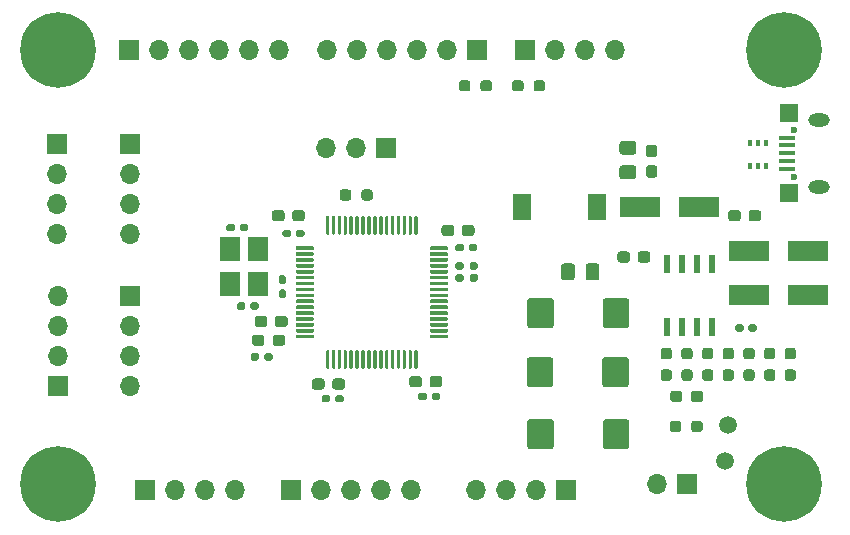
<source format=gbr>
%TF.GenerationSoftware,KiCad,Pcbnew,(5.1.7)-1*%
%TF.CreationDate,2020-11-01T11:20:17+05:30*%
%TF.ProjectId,stm 32 trial board5,73746d20-3332-4207-9472-69616c20626f,rev?*%
%TF.SameCoordinates,Original*%
%TF.FileFunction,Soldermask,Top*%
%TF.FilePolarity,Negative*%
%FSLAX46Y46*%
G04 Gerber Fmt 4.6, Leading zero omitted, Abs format (unit mm)*
G04 Created by KiCad (PCBNEW (5.1.7)-1) date 2020-11-01 11:20:17*
%MOMM*%
%LPD*%
G01*
G04 APERTURE LIST*
%ADD10C,1.500000*%
%ADD11C,6.400000*%
%ADD12C,0.800000*%
%ADD13R,3.500000X1.800000*%
%ADD14R,1.700000X1.700000*%
%ADD15O,1.700000X1.700000*%
%ADD16R,1.500000X2.200000*%
%ADD17R,0.400000X0.500000*%
%ADD18R,1.800000X2.100000*%
%ADD19R,0.610000X1.600000*%
%ADD20O,1.820000X1.120000*%
%ADD21C,0.600000*%
%ADD22R,1.600000X1.500000*%
%ADD23R,1.350000X0.400000*%
G04 APERTURE END LIST*
D10*
%TO.C,TP2*%
X92700000Y-103000000D03*
%TD*%
D11*
%TO.C,H1*%
X36000000Y-71250000D03*
D12*
X38400000Y-71250000D03*
X37697056Y-72947056D03*
X36000000Y-73650000D03*
X34302944Y-72947056D03*
X33600000Y-71250000D03*
X34302944Y-69552944D03*
X36000000Y-68850000D03*
X37697056Y-69552944D03*
%TD*%
%TO.C,C1*%
G36*
G01*
X85075000Y-88987500D02*
X85075000Y-88512500D01*
G75*
G02*
X85312500Y-88275000I237500J0D01*
G01*
X85912500Y-88275000D01*
G75*
G02*
X86150000Y-88512500I0J-237500D01*
G01*
X86150000Y-88987500D01*
G75*
G02*
X85912500Y-89225000I-237500J0D01*
G01*
X85312500Y-89225000D01*
G75*
G02*
X85075000Y-88987500I0J237500D01*
G01*
G37*
G36*
G01*
X83350000Y-88987500D02*
X83350000Y-88512500D01*
G75*
G02*
X83587500Y-88275000I237500J0D01*
G01*
X84187500Y-88275000D01*
G75*
G02*
X84425000Y-88512500I0J-237500D01*
G01*
X84425000Y-88987500D01*
G75*
G02*
X84187500Y-89225000I-237500J0D01*
G01*
X83587500Y-89225000D01*
G75*
G02*
X83350000Y-88987500I0J237500D01*
G01*
G37*
%TD*%
%TO.C,C2*%
G36*
G01*
X86487500Y-82037500D02*
X86012500Y-82037500D01*
G75*
G02*
X85775000Y-81800000I0J237500D01*
G01*
X85775000Y-81200000D01*
G75*
G02*
X86012500Y-80962500I237500J0D01*
G01*
X86487500Y-80962500D01*
G75*
G02*
X86725000Y-81200000I0J-237500D01*
G01*
X86725000Y-81800000D01*
G75*
G02*
X86487500Y-82037500I-237500J0D01*
G01*
G37*
G36*
G01*
X86487500Y-80312500D02*
X86012500Y-80312500D01*
G75*
G02*
X85775000Y-80075000I0J237500D01*
G01*
X85775000Y-79475000D01*
G75*
G02*
X86012500Y-79237500I237500J0D01*
G01*
X86487500Y-79237500D01*
G75*
G02*
X86725000Y-79475000I0J-237500D01*
G01*
X86725000Y-80075000D01*
G75*
G02*
X86487500Y-80312500I-237500J0D01*
G01*
G37*
%TD*%
%TO.C,C3*%
G36*
G01*
X84725000Y-80087500D02*
X83775000Y-80087500D01*
G75*
G02*
X83525000Y-79837500I0J250000D01*
G01*
X83525000Y-79162500D01*
G75*
G02*
X83775000Y-78912500I250000J0D01*
G01*
X84725000Y-78912500D01*
G75*
G02*
X84975000Y-79162500I0J-250000D01*
G01*
X84975000Y-79837500D01*
G75*
G02*
X84725000Y-80087500I-250000J0D01*
G01*
G37*
G36*
G01*
X84725000Y-82162500D02*
X83775000Y-82162500D01*
G75*
G02*
X83525000Y-81912500I0J250000D01*
G01*
X83525000Y-81237500D01*
G75*
G02*
X83775000Y-80987500I250000J0D01*
G01*
X84725000Y-80987500D01*
G75*
G02*
X84975000Y-81237500I0J-250000D01*
G01*
X84975000Y-81912500D01*
G75*
G02*
X84725000Y-82162500I-250000J0D01*
G01*
G37*
%TD*%
%TO.C,C4*%
G36*
G01*
X95185000Y-94595000D02*
X95185000Y-94905000D01*
G75*
G02*
X95030000Y-95060000I-155000J0D01*
G01*
X94605000Y-95060000D01*
G75*
G02*
X94450000Y-94905000I0J155000D01*
G01*
X94450000Y-94595000D01*
G75*
G02*
X94605000Y-94440000I155000J0D01*
G01*
X95030000Y-94440000D01*
G75*
G02*
X95185000Y-94595000I0J-155000D01*
G01*
G37*
G36*
G01*
X94050000Y-94595000D02*
X94050000Y-94905000D01*
G75*
G02*
X93895000Y-95060000I-155000J0D01*
G01*
X93470000Y-95060000D01*
G75*
G02*
X93315000Y-94905000I0J155000D01*
G01*
X93315000Y-94595000D01*
G75*
G02*
X93470000Y-94440000I155000J0D01*
G01*
X93895000Y-94440000D01*
G75*
G02*
X94050000Y-94595000I0J-155000D01*
G01*
G37*
%TD*%
%TO.C,C5*%
G36*
G01*
X84375000Y-92474999D02*
X84375000Y-94525001D01*
G75*
G02*
X84125001Y-94775000I-249999J0D01*
G01*
X82374999Y-94775000D01*
G75*
G02*
X82125000Y-94525001I0J249999D01*
G01*
X82125000Y-92474999D01*
G75*
G02*
X82374999Y-92225000I249999J0D01*
G01*
X84125001Y-92225000D01*
G75*
G02*
X84375000Y-92474999I0J-249999D01*
G01*
G37*
G36*
G01*
X77975000Y-92474999D02*
X77975000Y-94525001D01*
G75*
G02*
X77725001Y-94775000I-249999J0D01*
G01*
X75974999Y-94775000D01*
G75*
G02*
X75725000Y-94525001I0J249999D01*
G01*
X75725000Y-92474999D01*
G75*
G02*
X75974999Y-92225000I249999J0D01*
G01*
X77725001Y-92225000D01*
G75*
G02*
X77975000Y-92474999I0J-249999D01*
G01*
G37*
%TD*%
%TO.C,C6*%
G36*
G01*
X77925000Y-97474999D02*
X77925000Y-99525001D01*
G75*
G02*
X77675001Y-99775000I-249999J0D01*
G01*
X75924999Y-99775000D01*
G75*
G02*
X75675000Y-99525001I0J249999D01*
G01*
X75675000Y-97474999D01*
G75*
G02*
X75924999Y-97225000I249999J0D01*
G01*
X77675001Y-97225000D01*
G75*
G02*
X77925000Y-97474999I0J-249999D01*
G01*
G37*
G36*
G01*
X84325000Y-97474999D02*
X84325000Y-99525001D01*
G75*
G02*
X84075001Y-99775000I-249999J0D01*
G01*
X82324999Y-99775000D01*
G75*
G02*
X82075000Y-99525001I0J249999D01*
G01*
X82075000Y-97474999D01*
G75*
G02*
X82324999Y-97225000I249999J0D01*
G01*
X84075001Y-97225000D01*
G75*
G02*
X84325000Y-97474999I0J-249999D01*
G01*
G37*
%TD*%
%TO.C,C7*%
G36*
G01*
X84375000Y-102724999D02*
X84375000Y-104775001D01*
G75*
G02*
X84125001Y-105025000I-249999J0D01*
G01*
X82374999Y-105025000D01*
G75*
G02*
X82125000Y-104775001I0J249999D01*
G01*
X82125000Y-102724999D01*
G75*
G02*
X82374999Y-102475000I249999J0D01*
G01*
X84125001Y-102475000D01*
G75*
G02*
X84375000Y-102724999I0J-249999D01*
G01*
G37*
G36*
G01*
X77975000Y-102724999D02*
X77975000Y-104775001D01*
G75*
G02*
X77725001Y-105025000I-249999J0D01*
G01*
X75974999Y-105025000D01*
G75*
G02*
X75725000Y-104775001I0J249999D01*
G01*
X75725000Y-102724999D01*
G75*
G02*
X75974999Y-102475000I249999J0D01*
G01*
X77725001Y-102475000D01*
G75*
G02*
X77975000Y-102724999I0J-249999D01*
G01*
G37*
%TD*%
%TO.C,C8*%
G36*
G01*
X81837500Y-89525000D02*
X81837500Y-90475000D01*
G75*
G02*
X81587500Y-90725000I-250000J0D01*
G01*
X80912500Y-90725000D01*
G75*
G02*
X80662500Y-90475000I0J250000D01*
G01*
X80662500Y-89525000D01*
G75*
G02*
X80912500Y-89275000I250000J0D01*
G01*
X81587500Y-89275000D01*
G75*
G02*
X81837500Y-89525000I0J-250000D01*
G01*
G37*
G36*
G01*
X79762500Y-89525000D02*
X79762500Y-90475000D01*
G75*
G02*
X79512500Y-90725000I-250000J0D01*
G01*
X78837500Y-90725000D01*
G75*
G02*
X78587500Y-90475000I0J250000D01*
G01*
X78587500Y-89525000D01*
G75*
G02*
X78837500Y-89275000I250000J0D01*
G01*
X79512500Y-89275000D01*
G75*
G02*
X79762500Y-89525000I0J-250000D01*
G01*
G37*
%TD*%
%TO.C,C9*%
G36*
G01*
X92737500Y-85487500D02*
X92737500Y-85012500D01*
G75*
G02*
X92975000Y-84775000I237500J0D01*
G01*
X93575000Y-84775000D01*
G75*
G02*
X93812500Y-85012500I0J-237500D01*
G01*
X93812500Y-85487500D01*
G75*
G02*
X93575000Y-85725000I-237500J0D01*
G01*
X92975000Y-85725000D01*
G75*
G02*
X92737500Y-85487500I0J237500D01*
G01*
G37*
G36*
G01*
X94462500Y-85487500D02*
X94462500Y-85012500D01*
G75*
G02*
X94700000Y-84775000I237500J0D01*
G01*
X95300000Y-84775000D01*
G75*
G02*
X95537500Y-85012500I0J-237500D01*
G01*
X95537500Y-85487500D01*
G75*
G02*
X95300000Y-85725000I-237500J0D01*
G01*
X94700000Y-85725000D01*
G75*
G02*
X94462500Y-85487500I0J237500D01*
G01*
G37*
%TD*%
%TO.C,C10*%
G36*
G01*
X68537500Y-99062500D02*
X68537500Y-99537500D01*
G75*
G02*
X68300000Y-99775000I-237500J0D01*
G01*
X67700000Y-99775000D01*
G75*
G02*
X67462500Y-99537500I0J237500D01*
G01*
X67462500Y-99062500D01*
G75*
G02*
X67700000Y-98825000I237500J0D01*
G01*
X68300000Y-98825000D01*
G75*
G02*
X68537500Y-99062500I0J-237500D01*
G01*
G37*
G36*
G01*
X66812500Y-99062500D02*
X66812500Y-99537500D01*
G75*
G02*
X66575000Y-99775000I-237500J0D01*
G01*
X65975000Y-99775000D01*
G75*
G02*
X65737500Y-99537500I0J237500D01*
G01*
X65737500Y-99062500D01*
G75*
G02*
X65975000Y-98825000I237500J0D01*
G01*
X66575000Y-98825000D01*
G75*
G02*
X66812500Y-99062500I0J-237500D01*
G01*
G37*
%TD*%
%TO.C,C11*%
G36*
G01*
X68367500Y-100395000D02*
X68367500Y-100705000D01*
G75*
G02*
X68212500Y-100860000I-155000J0D01*
G01*
X67787500Y-100860000D01*
G75*
G02*
X67632500Y-100705000I0J155000D01*
G01*
X67632500Y-100395000D01*
G75*
G02*
X67787500Y-100240000I155000J0D01*
G01*
X68212500Y-100240000D01*
G75*
G02*
X68367500Y-100395000I0J-155000D01*
G01*
G37*
G36*
G01*
X67232500Y-100395000D02*
X67232500Y-100705000D01*
G75*
G02*
X67077500Y-100860000I-155000J0D01*
G01*
X66652500Y-100860000D01*
G75*
G02*
X66497500Y-100705000I0J155000D01*
G01*
X66497500Y-100395000D01*
G75*
G02*
X66652500Y-100240000I155000J0D01*
G01*
X67077500Y-100240000D01*
G75*
G02*
X67232500Y-100395000I0J-155000D01*
G01*
G37*
%TD*%
%TO.C,C12*%
G36*
G01*
X55175000Y-85012500D02*
X55175000Y-85487500D01*
G75*
G02*
X54937500Y-85725000I-237500J0D01*
G01*
X54337500Y-85725000D01*
G75*
G02*
X54100000Y-85487500I0J237500D01*
G01*
X54100000Y-85012500D01*
G75*
G02*
X54337500Y-84775000I237500J0D01*
G01*
X54937500Y-84775000D01*
G75*
G02*
X55175000Y-85012500I0J-237500D01*
G01*
G37*
G36*
G01*
X56900000Y-85012500D02*
X56900000Y-85487500D01*
G75*
G02*
X56662500Y-85725000I-237500J0D01*
G01*
X56062500Y-85725000D01*
G75*
G02*
X55825000Y-85487500I0J237500D01*
G01*
X55825000Y-85012500D01*
G75*
G02*
X56062500Y-84775000I237500J0D01*
G01*
X56662500Y-84775000D01*
G75*
G02*
X56900000Y-85012500I0J-237500D01*
G01*
G37*
%TD*%
%TO.C,C13*%
G36*
G01*
X56867500Y-86595000D02*
X56867500Y-86905000D01*
G75*
G02*
X56712500Y-87060000I-155000J0D01*
G01*
X56287500Y-87060000D01*
G75*
G02*
X56132500Y-86905000I0J155000D01*
G01*
X56132500Y-86595000D01*
G75*
G02*
X56287500Y-86440000I155000J0D01*
G01*
X56712500Y-86440000D01*
G75*
G02*
X56867500Y-86595000I0J-155000D01*
G01*
G37*
G36*
G01*
X55732500Y-86595000D02*
X55732500Y-86905000D01*
G75*
G02*
X55577500Y-87060000I-155000J0D01*
G01*
X55152500Y-87060000D01*
G75*
G02*
X54997500Y-86905000I0J155000D01*
G01*
X54997500Y-86595000D01*
G75*
G02*
X55152500Y-86440000I155000J0D01*
G01*
X55577500Y-86440000D01*
G75*
G02*
X55732500Y-86595000I0J-155000D01*
G01*
G37*
%TD*%
%TO.C,C14*%
G36*
G01*
X60287500Y-99262500D02*
X60287500Y-99737500D01*
G75*
G02*
X60050000Y-99975000I-237500J0D01*
G01*
X59450000Y-99975000D01*
G75*
G02*
X59212500Y-99737500I0J237500D01*
G01*
X59212500Y-99262500D01*
G75*
G02*
X59450000Y-99025000I237500J0D01*
G01*
X60050000Y-99025000D01*
G75*
G02*
X60287500Y-99262500I0J-237500D01*
G01*
G37*
G36*
G01*
X58562500Y-99262500D02*
X58562500Y-99737500D01*
G75*
G02*
X58325000Y-99975000I-237500J0D01*
G01*
X57725000Y-99975000D01*
G75*
G02*
X57487500Y-99737500I0J237500D01*
G01*
X57487500Y-99262500D01*
G75*
G02*
X57725000Y-99025000I237500J0D01*
G01*
X58325000Y-99025000D01*
G75*
G02*
X58562500Y-99262500I0J-237500D01*
G01*
G37*
%TD*%
%TO.C,C15*%
G36*
G01*
X60185000Y-100595000D02*
X60185000Y-100905000D01*
G75*
G02*
X60030000Y-101060000I-155000J0D01*
G01*
X59605000Y-101060000D01*
G75*
G02*
X59450000Y-100905000I0J155000D01*
G01*
X59450000Y-100595000D01*
G75*
G02*
X59605000Y-100440000I155000J0D01*
G01*
X60030000Y-100440000D01*
G75*
G02*
X60185000Y-100595000I0J-155000D01*
G01*
G37*
G36*
G01*
X59050000Y-100595000D02*
X59050000Y-100905000D01*
G75*
G02*
X58895000Y-101060000I-155000J0D01*
G01*
X58470000Y-101060000D01*
G75*
G02*
X58315000Y-100905000I0J155000D01*
G01*
X58315000Y-100595000D01*
G75*
G02*
X58470000Y-100440000I155000J0D01*
G01*
X58895000Y-100440000D01*
G75*
G02*
X59050000Y-100595000I0J-155000D01*
G01*
G37*
%TD*%
%TO.C,C16*%
G36*
G01*
X70187500Y-86737500D02*
X70187500Y-86262500D01*
G75*
G02*
X70425000Y-86025000I237500J0D01*
G01*
X71025000Y-86025000D01*
G75*
G02*
X71262500Y-86262500I0J-237500D01*
G01*
X71262500Y-86737500D01*
G75*
G02*
X71025000Y-86975000I-237500J0D01*
G01*
X70425000Y-86975000D01*
G75*
G02*
X70187500Y-86737500I0J237500D01*
G01*
G37*
G36*
G01*
X68462500Y-86737500D02*
X68462500Y-86262500D01*
G75*
G02*
X68700000Y-86025000I237500J0D01*
G01*
X69300000Y-86025000D01*
G75*
G02*
X69537500Y-86262500I0J-237500D01*
G01*
X69537500Y-86737500D01*
G75*
G02*
X69300000Y-86975000I-237500J0D01*
G01*
X68700000Y-86975000D01*
G75*
G02*
X68462500Y-86737500I0J237500D01*
G01*
G37*
%TD*%
%TO.C,C17*%
G36*
G01*
X70767500Y-88105000D02*
X70767500Y-87795000D01*
G75*
G02*
X70922500Y-87640000I155000J0D01*
G01*
X71347500Y-87640000D01*
G75*
G02*
X71502500Y-87795000I0J-155000D01*
G01*
X71502500Y-88105000D01*
G75*
G02*
X71347500Y-88260000I-155000J0D01*
G01*
X70922500Y-88260000D01*
G75*
G02*
X70767500Y-88105000I0J155000D01*
G01*
G37*
G36*
G01*
X69632500Y-88105000D02*
X69632500Y-87795000D01*
G75*
G02*
X69787500Y-87640000I155000J0D01*
G01*
X70212500Y-87640000D01*
G75*
G02*
X70367500Y-87795000I0J-155000D01*
G01*
X70367500Y-88105000D01*
G75*
G02*
X70212500Y-88260000I-155000J0D01*
G01*
X69787500Y-88260000D01*
G75*
G02*
X69632500Y-88105000I0J155000D01*
G01*
G37*
%TD*%
%TO.C,C18*%
G36*
G01*
X53712500Y-93962500D02*
X53712500Y-94437500D01*
G75*
G02*
X53475000Y-94675000I-237500J0D01*
G01*
X52875000Y-94675000D01*
G75*
G02*
X52637500Y-94437500I0J237500D01*
G01*
X52637500Y-93962500D01*
G75*
G02*
X52875000Y-93725000I237500J0D01*
G01*
X53475000Y-93725000D01*
G75*
G02*
X53712500Y-93962500I0J-237500D01*
G01*
G37*
G36*
G01*
X55437500Y-93962500D02*
X55437500Y-94437500D01*
G75*
G02*
X55200000Y-94675000I-237500J0D01*
G01*
X54600000Y-94675000D01*
G75*
G02*
X54362500Y-94437500I0J237500D01*
G01*
X54362500Y-93962500D01*
G75*
G02*
X54600000Y-93725000I237500J0D01*
G01*
X55200000Y-93725000D01*
G75*
G02*
X55437500Y-93962500I0J-237500D01*
G01*
G37*
%TD*%
%TO.C,C19*%
G36*
G01*
X53032500Y-97045000D02*
X53032500Y-97355000D01*
G75*
G02*
X52877500Y-97510000I-155000J0D01*
G01*
X52452500Y-97510000D01*
G75*
G02*
X52297500Y-97355000I0J155000D01*
G01*
X52297500Y-97045000D01*
G75*
G02*
X52452500Y-96890000I155000J0D01*
G01*
X52877500Y-96890000D01*
G75*
G02*
X53032500Y-97045000I0J-155000D01*
G01*
G37*
G36*
G01*
X54167500Y-97045000D02*
X54167500Y-97355000D01*
G75*
G02*
X54012500Y-97510000I-155000J0D01*
G01*
X53587500Y-97510000D01*
G75*
G02*
X53432500Y-97355000I0J155000D01*
G01*
X53432500Y-97045000D01*
G75*
G02*
X53587500Y-96890000I155000J0D01*
G01*
X54012500Y-96890000D01*
G75*
G02*
X54167500Y-97045000I0J-155000D01*
G01*
G37*
%TD*%
%TO.C,C20*%
G36*
G01*
X51382500Y-86405000D02*
X51382500Y-86095000D01*
G75*
G02*
X51537500Y-85940000I155000J0D01*
G01*
X51962500Y-85940000D01*
G75*
G02*
X52117500Y-86095000I0J-155000D01*
G01*
X52117500Y-86405000D01*
G75*
G02*
X51962500Y-86560000I-155000J0D01*
G01*
X51537500Y-86560000D01*
G75*
G02*
X51382500Y-86405000I0J155000D01*
G01*
G37*
G36*
G01*
X50247500Y-86405000D02*
X50247500Y-86095000D01*
G75*
G02*
X50402500Y-85940000I155000J0D01*
G01*
X50827500Y-85940000D01*
G75*
G02*
X50982500Y-86095000I0J-155000D01*
G01*
X50982500Y-86405000D01*
G75*
G02*
X50827500Y-86560000I-155000J0D01*
G01*
X50402500Y-86560000D01*
G75*
G02*
X50247500Y-86405000I0J155000D01*
G01*
G37*
%TD*%
%TO.C,C21*%
G36*
G01*
X51867500Y-92745000D02*
X51867500Y-93055000D01*
G75*
G02*
X51712500Y-93210000I-155000J0D01*
G01*
X51287500Y-93210000D01*
G75*
G02*
X51132500Y-93055000I0J155000D01*
G01*
X51132500Y-92745000D01*
G75*
G02*
X51287500Y-92590000I155000J0D01*
G01*
X51712500Y-92590000D01*
G75*
G02*
X51867500Y-92745000I0J-155000D01*
G01*
G37*
G36*
G01*
X53002500Y-92745000D02*
X53002500Y-93055000D01*
G75*
G02*
X52847500Y-93210000I-155000J0D01*
G01*
X52422500Y-93210000D01*
G75*
G02*
X52267500Y-93055000I0J155000D01*
G01*
X52267500Y-92745000D01*
G75*
G02*
X52422500Y-92590000I155000J0D01*
G01*
X52847500Y-92590000D01*
G75*
G02*
X53002500Y-92745000I0J-155000D01*
G01*
G37*
%TD*%
D13*
%TO.C,D1*%
X99500000Y-88250000D03*
X94500000Y-88250000D03*
%TD*%
%TO.C,D2*%
X85250000Y-84500000D03*
X90250000Y-84500000D03*
%TD*%
%TO.C,D3*%
X94500000Y-92000000D03*
X99500000Y-92000000D03*
%TD*%
D12*
%TO.C,H2*%
X37697056Y-106302944D03*
X36000000Y-105600000D03*
X34302944Y-106302944D03*
X33600000Y-108000000D03*
X34302944Y-109697056D03*
X36000000Y-110400000D03*
X37697056Y-109697056D03*
X38400000Y-108000000D03*
D11*
X36000000Y-108000000D03*
%TD*%
%TO.C,H3*%
X97500000Y-71250000D03*
D12*
X99900000Y-71250000D03*
X99197056Y-72947056D03*
X97500000Y-73650000D03*
X95802944Y-72947056D03*
X95100000Y-71250000D03*
X95802944Y-69552944D03*
X97500000Y-68850000D03*
X99197056Y-69552944D03*
%TD*%
%TO.C,H4*%
X99197056Y-106302944D03*
X97500000Y-105600000D03*
X95802944Y-106302944D03*
X95100000Y-108000000D03*
X95802944Y-109697056D03*
X97500000Y-110400000D03*
X99197056Y-109697056D03*
X99900000Y-108000000D03*
D11*
X97500000Y-108000000D03*
%TD*%
D14*
%TO.C,J2*%
X89290000Y-108000000D03*
D15*
X86750000Y-108000000D03*
%TD*%
D14*
%TO.C,J6*%
X75500000Y-71250000D03*
D15*
X78040000Y-71250000D03*
X80580000Y-71250000D03*
X83120000Y-71250000D03*
%TD*%
D14*
%TO.C,J7*%
X43380000Y-108500000D03*
D15*
X45920000Y-108500000D03*
X48460000Y-108500000D03*
X51000000Y-108500000D03*
%TD*%
%TO.C,J8*%
X71380000Y-108500000D03*
X73920000Y-108500000D03*
X76460000Y-108500000D03*
D14*
X79000000Y-108500000D03*
%TD*%
D16*
%TO.C,L1*%
X81650000Y-84500000D03*
X75250000Y-84500000D03*
%TD*%
%TO.C,L2*%
G36*
G01*
X52425000Y-96037500D02*
X52425000Y-95562500D01*
G75*
G02*
X52662500Y-95325000I237500J0D01*
G01*
X53237500Y-95325000D01*
G75*
G02*
X53475000Y-95562500I0J-237500D01*
G01*
X53475000Y-96037500D01*
G75*
G02*
X53237500Y-96275000I-237500J0D01*
G01*
X52662500Y-96275000D01*
G75*
G02*
X52425000Y-96037500I0J237500D01*
G01*
G37*
G36*
G01*
X54175000Y-96037500D02*
X54175000Y-95562500D01*
G75*
G02*
X54412500Y-95325000I237500J0D01*
G01*
X54987500Y-95325000D01*
G75*
G02*
X55225000Y-95562500I0J-237500D01*
G01*
X55225000Y-96037500D01*
G75*
G02*
X54987500Y-96275000I-237500J0D01*
G01*
X54412500Y-96275000D01*
G75*
G02*
X54175000Y-96037500I0J237500D01*
G01*
G37*
%TD*%
%TO.C,R1*%
G36*
G01*
X87262500Y-98262500D02*
X87737500Y-98262500D01*
G75*
G02*
X87975000Y-98500000I0J-237500D01*
G01*
X87975000Y-99000000D01*
G75*
G02*
X87737500Y-99237500I-237500J0D01*
G01*
X87262500Y-99237500D01*
G75*
G02*
X87025000Y-99000000I0J237500D01*
G01*
X87025000Y-98500000D01*
G75*
G02*
X87262500Y-98262500I237500J0D01*
G01*
G37*
G36*
G01*
X87262500Y-96437500D02*
X87737500Y-96437500D01*
G75*
G02*
X87975000Y-96675000I0J-237500D01*
G01*
X87975000Y-97175000D01*
G75*
G02*
X87737500Y-97412500I-237500J0D01*
G01*
X87262500Y-97412500D01*
G75*
G02*
X87025000Y-97175000I0J237500D01*
G01*
X87025000Y-96675000D01*
G75*
G02*
X87262500Y-96437500I237500J0D01*
G01*
G37*
%TD*%
%TO.C,R2*%
G36*
G01*
X98237500Y-99237500D02*
X97762500Y-99237500D01*
G75*
G02*
X97525000Y-99000000I0J237500D01*
G01*
X97525000Y-98500000D01*
G75*
G02*
X97762500Y-98262500I237500J0D01*
G01*
X98237500Y-98262500D01*
G75*
G02*
X98475000Y-98500000I0J-237500D01*
G01*
X98475000Y-99000000D01*
G75*
G02*
X98237500Y-99237500I-237500J0D01*
G01*
G37*
G36*
G01*
X98237500Y-97412500D02*
X97762500Y-97412500D01*
G75*
G02*
X97525000Y-97175000I0J237500D01*
G01*
X97525000Y-96675000D01*
G75*
G02*
X97762500Y-96437500I237500J0D01*
G01*
X98237500Y-96437500D01*
G75*
G02*
X98475000Y-96675000I0J-237500D01*
G01*
X98475000Y-97175000D01*
G75*
G02*
X98237500Y-97412500I-237500J0D01*
G01*
G37*
%TD*%
%TO.C,R3*%
G36*
G01*
X96487500Y-97412500D02*
X96012500Y-97412500D01*
G75*
G02*
X95775000Y-97175000I0J237500D01*
G01*
X95775000Y-96675000D01*
G75*
G02*
X96012500Y-96437500I237500J0D01*
G01*
X96487500Y-96437500D01*
G75*
G02*
X96725000Y-96675000I0J-237500D01*
G01*
X96725000Y-97175000D01*
G75*
G02*
X96487500Y-97412500I-237500J0D01*
G01*
G37*
G36*
G01*
X96487500Y-99237500D02*
X96012500Y-99237500D01*
G75*
G02*
X95775000Y-99000000I0J237500D01*
G01*
X95775000Y-98500000D01*
G75*
G02*
X96012500Y-98262500I237500J0D01*
G01*
X96487500Y-98262500D01*
G75*
G02*
X96725000Y-98500000I0J-237500D01*
G01*
X96725000Y-99000000D01*
G75*
G02*
X96487500Y-99237500I-237500J0D01*
G01*
G37*
%TD*%
%TO.C,R4*%
G36*
G01*
X94737500Y-97412500D02*
X94262500Y-97412500D01*
G75*
G02*
X94025000Y-97175000I0J237500D01*
G01*
X94025000Y-96675000D01*
G75*
G02*
X94262500Y-96437500I237500J0D01*
G01*
X94737500Y-96437500D01*
G75*
G02*
X94975000Y-96675000I0J-237500D01*
G01*
X94975000Y-97175000D01*
G75*
G02*
X94737500Y-97412500I-237500J0D01*
G01*
G37*
G36*
G01*
X94737500Y-99237500D02*
X94262500Y-99237500D01*
G75*
G02*
X94025000Y-99000000I0J237500D01*
G01*
X94025000Y-98500000D01*
G75*
G02*
X94262500Y-98262500I237500J0D01*
G01*
X94737500Y-98262500D01*
G75*
G02*
X94975000Y-98500000I0J-237500D01*
G01*
X94975000Y-99000000D01*
G75*
G02*
X94737500Y-99237500I-237500J0D01*
G01*
G37*
%TD*%
%TO.C,R5*%
G36*
G01*
X92987500Y-99237500D02*
X92512500Y-99237500D01*
G75*
G02*
X92275000Y-99000000I0J237500D01*
G01*
X92275000Y-98500000D01*
G75*
G02*
X92512500Y-98262500I237500J0D01*
G01*
X92987500Y-98262500D01*
G75*
G02*
X93225000Y-98500000I0J-237500D01*
G01*
X93225000Y-99000000D01*
G75*
G02*
X92987500Y-99237500I-237500J0D01*
G01*
G37*
G36*
G01*
X92987500Y-97412500D02*
X92512500Y-97412500D01*
G75*
G02*
X92275000Y-97175000I0J237500D01*
G01*
X92275000Y-96675000D01*
G75*
G02*
X92512500Y-96437500I237500J0D01*
G01*
X92987500Y-96437500D01*
G75*
G02*
X93225000Y-96675000I0J-237500D01*
G01*
X93225000Y-97175000D01*
G75*
G02*
X92987500Y-97412500I-237500J0D01*
G01*
G37*
%TD*%
%TO.C,R6*%
G36*
G01*
X91237500Y-97412500D02*
X90762500Y-97412500D01*
G75*
G02*
X90525000Y-97175000I0J237500D01*
G01*
X90525000Y-96675000D01*
G75*
G02*
X90762500Y-96437500I237500J0D01*
G01*
X91237500Y-96437500D01*
G75*
G02*
X91475000Y-96675000I0J-237500D01*
G01*
X91475000Y-97175000D01*
G75*
G02*
X91237500Y-97412500I-237500J0D01*
G01*
G37*
G36*
G01*
X91237500Y-99237500D02*
X90762500Y-99237500D01*
G75*
G02*
X90525000Y-99000000I0J237500D01*
G01*
X90525000Y-98500000D01*
G75*
G02*
X90762500Y-98262500I237500J0D01*
G01*
X91237500Y-98262500D01*
G75*
G02*
X91475000Y-98500000I0J-237500D01*
G01*
X91475000Y-99000000D01*
G75*
G02*
X91237500Y-99237500I-237500J0D01*
G01*
G37*
%TD*%
%TO.C,R7*%
G36*
G01*
X89487500Y-99237500D02*
X89012500Y-99237500D01*
G75*
G02*
X88775000Y-99000000I0J237500D01*
G01*
X88775000Y-98500000D01*
G75*
G02*
X89012500Y-98262500I237500J0D01*
G01*
X89487500Y-98262500D01*
G75*
G02*
X89725000Y-98500000I0J-237500D01*
G01*
X89725000Y-99000000D01*
G75*
G02*
X89487500Y-99237500I-237500J0D01*
G01*
G37*
G36*
G01*
X89487500Y-97412500D02*
X89012500Y-97412500D01*
G75*
G02*
X88775000Y-97175000I0J237500D01*
G01*
X88775000Y-96675000D01*
G75*
G02*
X89012500Y-96437500I237500J0D01*
G01*
X89487500Y-96437500D01*
G75*
G02*
X89725000Y-96675000I0J-237500D01*
G01*
X89725000Y-97175000D01*
G75*
G02*
X89487500Y-97412500I-237500J0D01*
G01*
G37*
%TD*%
%TO.C,R8*%
G36*
G01*
X70837500Y-90660000D02*
X70837500Y-90340000D01*
G75*
G02*
X70997500Y-90180000I160000J0D01*
G01*
X71392500Y-90180000D01*
G75*
G02*
X71552500Y-90340000I0J-160000D01*
G01*
X71552500Y-90660000D01*
G75*
G02*
X71392500Y-90820000I-160000J0D01*
G01*
X70997500Y-90820000D01*
G75*
G02*
X70837500Y-90660000I0J160000D01*
G01*
G37*
G36*
G01*
X69642500Y-90660000D02*
X69642500Y-90340000D01*
G75*
G02*
X69802500Y-90180000I160000J0D01*
G01*
X70197500Y-90180000D01*
G75*
G02*
X70357500Y-90340000I0J-160000D01*
G01*
X70357500Y-90660000D01*
G75*
G02*
X70197500Y-90820000I-160000J0D01*
G01*
X69802500Y-90820000D01*
G75*
G02*
X69642500Y-90660000I0J160000D01*
G01*
G37*
%TD*%
%TO.C,R9*%
G36*
G01*
X69642500Y-89660000D02*
X69642500Y-89340000D01*
G75*
G02*
X69802500Y-89180000I160000J0D01*
G01*
X70197500Y-89180000D01*
G75*
G02*
X70357500Y-89340000I0J-160000D01*
G01*
X70357500Y-89660000D01*
G75*
G02*
X70197500Y-89820000I-160000J0D01*
G01*
X69802500Y-89820000D01*
G75*
G02*
X69642500Y-89660000I0J160000D01*
G01*
G37*
G36*
G01*
X70837500Y-89660000D02*
X70837500Y-89340000D01*
G75*
G02*
X70997500Y-89180000I160000J0D01*
G01*
X71392500Y-89180000D01*
G75*
G02*
X71552500Y-89340000I0J-160000D01*
G01*
X71552500Y-89660000D01*
G75*
G02*
X71392500Y-89820000I-160000J0D01*
G01*
X70997500Y-89820000D01*
G75*
G02*
X70837500Y-89660000I0J160000D01*
G01*
G37*
%TD*%
%TO.C,R10*%
G36*
G01*
X54840000Y-90295000D02*
X55160000Y-90295000D01*
G75*
G02*
X55320000Y-90455000I0J-160000D01*
G01*
X55320000Y-90850000D01*
G75*
G02*
X55160000Y-91010000I-160000J0D01*
G01*
X54840000Y-91010000D01*
G75*
G02*
X54680000Y-90850000I0J160000D01*
G01*
X54680000Y-90455000D01*
G75*
G02*
X54840000Y-90295000I160000J0D01*
G01*
G37*
G36*
G01*
X54840000Y-91490000D02*
X55160000Y-91490000D01*
G75*
G02*
X55320000Y-91650000I0J-160000D01*
G01*
X55320000Y-92045000D01*
G75*
G02*
X55160000Y-92205000I-160000J0D01*
G01*
X54840000Y-92205000D01*
G75*
G02*
X54680000Y-92045000I0J160000D01*
G01*
X54680000Y-91650000D01*
G75*
G02*
X54840000Y-91490000I160000J0D01*
G01*
G37*
%TD*%
%TO.C,R11*%
G36*
G01*
X75412500Y-74012500D02*
X75412500Y-74487500D01*
G75*
G02*
X75175000Y-74725000I-237500J0D01*
G01*
X74675000Y-74725000D01*
G75*
G02*
X74437500Y-74487500I0J237500D01*
G01*
X74437500Y-74012500D01*
G75*
G02*
X74675000Y-73775000I237500J0D01*
G01*
X75175000Y-73775000D01*
G75*
G02*
X75412500Y-74012500I0J-237500D01*
G01*
G37*
G36*
G01*
X77237500Y-74012500D02*
X77237500Y-74487500D01*
G75*
G02*
X77000000Y-74725000I-237500J0D01*
G01*
X76500000Y-74725000D01*
G75*
G02*
X76262500Y-74487500I0J237500D01*
G01*
X76262500Y-74012500D01*
G75*
G02*
X76500000Y-73775000I237500J0D01*
G01*
X77000000Y-73775000D01*
G75*
G02*
X77237500Y-74012500I0J-237500D01*
G01*
G37*
%TD*%
%TO.C,R12*%
G36*
G01*
X69937500Y-74487500D02*
X69937500Y-74012500D01*
G75*
G02*
X70175000Y-73775000I237500J0D01*
G01*
X70675000Y-73775000D01*
G75*
G02*
X70912500Y-74012500I0J-237500D01*
G01*
X70912500Y-74487500D01*
G75*
G02*
X70675000Y-74725000I-237500J0D01*
G01*
X70175000Y-74725000D01*
G75*
G02*
X69937500Y-74487500I0J237500D01*
G01*
G37*
G36*
G01*
X71762500Y-74487500D02*
X71762500Y-74012500D01*
G75*
G02*
X72000000Y-73775000I237500J0D01*
G01*
X72500000Y-73775000D01*
G75*
G02*
X72737500Y-74012500I0J-237500D01*
G01*
X72737500Y-74487500D01*
G75*
G02*
X72500000Y-74725000I-237500J0D01*
G01*
X72000000Y-74725000D01*
G75*
G02*
X71762500Y-74487500I0J237500D01*
G01*
G37*
%TD*%
%TO.C,R14*%
G36*
G01*
X59850000Y-83737500D02*
X59850000Y-83262500D01*
G75*
G02*
X60087500Y-83025000I237500J0D01*
G01*
X60587500Y-83025000D01*
G75*
G02*
X60825000Y-83262500I0J-237500D01*
G01*
X60825000Y-83737500D01*
G75*
G02*
X60587500Y-83975000I-237500J0D01*
G01*
X60087500Y-83975000D01*
G75*
G02*
X59850000Y-83737500I0J237500D01*
G01*
G37*
G36*
G01*
X61675000Y-83737500D02*
X61675000Y-83262500D01*
G75*
G02*
X61912500Y-83025000I237500J0D01*
G01*
X62412500Y-83025000D01*
G75*
G02*
X62650000Y-83262500I0J-237500D01*
G01*
X62650000Y-83737500D01*
G75*
G02*
X62412500Y-83975000I-237500J0D01*
G01*
X61912500Y-83975000D01*
G75*
G02*
X61675000Y-83737500I0J237500D01*
G01*
G37*
%TD*%
%TO.C,U2*%
G36*
G01*
X56125000Y-88065000D02*
X56125000Y-87915000D01*
G75*
G02*
X56200000Y-87840000I75000J0D01*
G01*
X57600000Y-87840000D01*
G75*
G02*
X57675000Y-87915000I0J-75000D01*
G01*
X57675000Y-88065000D01*
G75*
G02*
X57600000Y-88140000I-75000J0D01*
G01*
X56200000Y-88140000D01*
G75*
G02*
X56125000Y-88065000I0J75000D01*
G01*
G37*
G36*
G01*
X56125000Y-88565000D02*
X56125000Y-88415000D01*
G75*
G02*
X56200000Y-88340000I75000J0D01*
G01*
X57600000Y-88340000D01*
G75*
G02*
X57675000Y-88415000I0J-75000D01*
G01*
X57675000Y-88565000D01*
G75*
G02*
X57600000Y-88640000I-75000J0D01*
G01*
X56200000Y-88640000D01*
G75*
G02*
X56125000Y-88565000I0J75000D01*
G01*
G37*
G36*
G01*
X56125000Y-89065000D02*
X56125000Y-88915000D01*
G75*
G02*
X56200000Y-88840000I75000J0D01*
G01*
X57600000Y-88840000D01*
G75*
G02*
X57675000Y-88915000I0J-75000D01*
G01*
X57675000Y-89065000D01*
G75*
G02*
X57600000Y-89140000I-75000J0D01*
G01*
X56200000Y-89140000D01*
G75*
G02*
X56125000Y-89065000I0J75000D01*
G01*
G37*
G36*
G01*
X56125000Y-89565000D02*
X56125000Y-89415000D01*
G75*
G02*
X56200000Y-89340000I75000J0D01*
G01*
X57600000Y-89340000D01*
G75*
G02*
X57675000Y-89415000I0J-75000D01*
G01*
X57675000Y-89565000D01*
G75*
G02*
X57600000Y-89640000I-75000J0D01*
G01*
X56200000Y-89640000D01*
G75*
G02*
X56125000Y-89565000I0J75000D01*
G01*
G37*
G36*
G01*
X56125000Y-90065000D02*
X56125000Y-89915000D01*
G75*
G02*
X56200000Y-89840000I75000J0D01*
G01*
X57600000Y-89840000D01*
G75*
G02*
X57675000Y-89915000I0J-75000D01*
G01*
X57675000Y-90065000D01*
G75*
G02*
X57600000Y-90140000I-75000J0D01*
G01*
X56200000Y-90140000D01*
G75*
G02*
X56125000Y-90065000I0J75000D01*
G01*
G37*
G36*
G01*
X56125000Y-90565000D02*
X56125000Y-90415000D01*
G75*
G02*
X56200000Y-90340000I75000J0D01*
G01*
X57600000Y-90340000D01*
G75*
G02*
X57675000Y-90415000I0J-75000D01*
G01*
X57675000Y-90565000D01*
G75*
G02*
X57600000Y-90640000I-75000J0D01*
G01*
X56200000Y-90640000D01*
G75*
G02*
X56125000Y-90565000I0J75000D01*
G01*
G37*
G36*
G01*
X56125000Y-91065000D02*
X56125000Y-90915000D01*
G75*
G02*
X56200000Y-90840000I75000J0D01*
G01*
X57600000Y-90840000D01*
G75*
G02*
X57675000Y-90915000I0J-75000D01*
G01*
X57675000Y-91065000D01*
G75*
G02*
X57600000Y-91140000I-75000J0D01*
G01*
X56200000Y-91140000D01*
G75*
G02*
X56125000Y-91065000I0J75000D01*
G01*
G37*
G36*
G01*
X56125000Y-91565000D02*
X56125000Y-91415000D01*
G75*
G02*
X56200000Y-91340000I75000J0D01*
G01*
X57600000Y-91340000D01*
G75*
G02*
X57675000Y-91415000I0J-75000D01*
G01*
X57675000Y-91565000D01*
G75*
G02*
X57600000Y-91640000I-75000J0D01*
G01*
X56200000Y-91640000D01*
G75*
G02*
X56125000Y-91565000I0J75000D01*
G01*
G37*
G36*
G01*
X56125000Y-92065000D02*
X56125000Y-91915000D01*
G75*
G02*
X56200000Y-91840000I75000J0D01*
G01*
X57600000Y-91840000D01*
G75*
G02*
X57675000Y-91915000I0J-75000D01*
G01*
X57675000Y-92065000D01*
G75*
G02*
X57600000Y-92140000I-75000J0D01*
G01*
X56200000Y-92140000D01*
G75*
G02*
X56125000Y-92065000I0J75000D01*
G01*
G37*
G36*
G01*
X56125000Y-92565000D02*
X56125000Y-92415000D01*
G75*
G02*
X56200000Y-92340000I75000J0D01*
G01*
X57600000Y-92340000D01*
G75*
G02*
X57675000Y-92415000I0J-75000D01*
G01*
X57675000Y-92565000D01*
G75*
G02*
X57600000Y-92640000I-75000J0D01*
G01*
X56200000Y-92640000D01*
G75*
G02*
X56125000Y-92565000I0J75000D01*
G01*
G37*
G36*
G01*
X56125000Y-93065000D02*
X56125000Y-92915000D01*
G75*
G02*
X56200000Y-92840000I75000J0D01*
G01*
X57600000Y-92840000D01*
G75*
G02*
X57675000Y-92915000I0J-75000D01*
G01*
X57675000Y-93065000D01*
G75*
G02*
X57600000Y-93140000I-75000J0D01*
G01*
X56200000Y-93140000D01*
G75*
G02*
X56125000Y-93065000I0J75000D01*
G01*
G37*
G36*
G01*
X56125000Y-93565000D02*
X56125000Y-93415000D01*
G75*
G02*
X56200000Y-93340000I75000J0D01*
G01*
X57600000Y-93340000D01*
G75*
G02*
X57675000Y-93415000I0J-75000D01*
G01*
X57675000Y-93565000D01*
G75*
G02*
X57600000Y-93640000I-75000J0D01*
G01*
X56200000Y-93640000D01*
G75*
G02*
X56125000Y-93565000I0J75000D01*
G01*
G37*
G36*
G01*
X56125000Y-94065000D02*
X56125000Y-93915000D01*
G75*
G02*
X56200000Y-93840000I75000J0D01*
G01*
X57600000Y-93840000D01*
G75*
G02*
X57675000Y-93915000I0J-75000D01*
G01*
X57675000Y-94065000D01*
G75*
G02*
X57600000Y-94140000I-75000J0D01*
G01*
X56200000Y-94140000D01*
G75*
G02*
X56125000Y-94065000I0J75000D01*
G01*
G37*
G36*
G01*
X56125000Y-94565000D02*
X56125000Y-94415000D01*
G75*
G02*
X56200000Y-94340000I75000J0D01*
G01*
X57600000Y-94340000D01*
G75*
G02*
X57675000Y-94415000I0J-75000D01*
G01*
X57675000Y-94565000D01*
G75*
G02*
X57600000Y-94640000I-75000J0D01*
G01*
X56200000Y-94640000D01*
G75*
G02*
X56125000Y-94565000I0J75000D01*
G01*
G37*
G36*
G01*
X56125000Y-95065000D02*
X56125000Y-94915000D01*
G75*
G02*
X56200000Y-94840000I75000J0D01*
G01*
X57600000Y-94840000D01*
G75*
G02*
X57675000Y-94915000I0J-75000D01*
G01*
X57675000Y-95065000D01*
G75*
G02*
X57600000Y-95140000I-75000J0D01*
G01*
X56200000Y-95140000D01*
G75*
G02*
X56125000Y-95065000I0J75000D01*
G01*
G37*
G36*
G01*
X56125000Y-95565000D02*
X56125000Y-95415000D01*
G75*
G02*
X56200000Y-95340000I75000J0D01*
G01*
X57600000Y-95340000D01*
G75*
G02*
X57675000Y-95415000I0J-75000D01*
G01*
X57675000Y-95565000D01*
G75*
G02*
X57600000Y-95640000I-75000J0D01*
G01*
X56200000Y-95640000D01*
G75*
G02*
X56125000Y-95565000I0J75000D01*
G01*
G37*
G36*
G01*
X58675000Y-98115000D02*
X58675000Y-96715000D01*
G75*
G02*
X58750000Y-96640000I75000J0D01*
G01*
X58900000Y-96640000D01*
G75*
G02*
X58975000Y-96715000I0J-75000D01*
G01*
X58975000Y-98115000D01*
G75*
G02*
X58900000Y-98190000I-75000J0D01*
G01*
X58750000Y-98190000D01*
G75*
G02*
X58675000Y-98115000I0J75000D01*
G01*
G37*
G36*
G01*
X59175000Y-98115000D02*
X59175000Y-96715000D01*
G75*
G02*
X59250000Y-96640000I75000J0D01*
G01*
X59400000Y-96640000D01*
G75*
G02*
X59475000Y-96715000I0J-75000D01*
G01*
X59475000Y-98115000D01*
G75*
G02*
X59400000Y-98190000I-75000J0D01*
G01*
X59250000Y-98190000D01*
G75*
G02*
X59175000Y-98115000I0J75000D01*
G01*
G37*
G36*
G01*
X59675000Y-98115000D02*
X59675000Y-96715000D01*
G75*
G02*
X59750000Y-96640000I75000J0D01*
G01*
X59900000Y-96640000D01*
G75*
G02*
X59975000Y-96715000I0J-75000D01*
G01*
X59975000Y-98115000D01*
G75*
G02*
X59900000Y-98190000I-75000J0D01*
G01*
X59750000Y-98190000D01*
G75*
G02*
X59675000Y-98115000I0J75000D01*
G01*
G37*
G36*
G01*
X60175000Y-98115000D02*
X60175000Y-96715000D01*
G75*
G02*
X60250000Y-96640000I75000J0D01*
G01*
X60400000Y-96640000D01*
G75*
G02*
X60475000Y-96715000I0J-75000D01*
G01*
X60475000Y-98115000D01*
G75*
G02*
X60400000Y-98190000I-75000J0D01*
G01*
X60250000Y-98190000D01*
G75*
G02*
X60175000Y-98115000I0J75000D01*
G01*
G37*
G36*
G01*
X60675000Y-98115000D02*
X60675000Y-96715000D01*
G75*
G02*
X60750000Y-96640000I75000J0D01*
G01*
X60900000Y-96640000D01*
G75*
G02*
X60975000Y-96715000I0J-75000D01*
G01*
X60975000Y-98115000D01*
G75*
G02*
X60900000Y-98190000I-75000J0D01*
G01*
X60750000Y-98190000D01*
G75*
G02*
X60675000Y-98115000I0J75000D01*
G01*
G37*
G36*
G01*
X61175000Y-98115000D02*
X61175000Y-96715000D01*
G75*
G02*
X61250000Y-96640000I75000J0D01*
G01*
X61400000Y-96640000D01*
G75*
G02*
X61475000Y-96715000I0J-75000D01*
G01*
X61475000Y-98115000D01*
G75*
G02*
X61400000Y-98190000I-75000J0D01*
G01*
X61250000Y-98190000D01*
G75*
G02*
X61175000Y-98115000I0J75000D01*
G01*
G37*
G36*
G01*
X61675000Y-98115000D02*
X61675000Y-96715000D01*
G75*
G02*
X61750000Y-96640000I75000J0D01*
G01*
X61900000Y-96640000D01*
G75*
G02*
X61975000Y-96715000I0J-75000D01*
G01*
X61975000Y-98115000D01*
G75*
G02*
X61900000Y-98190000I-75000J0D01*
G01*
X61750000Y-98190000D01*
G75*
G02*
X61675000Y-98115000I0J75000D01*
G01*
G37*
G36*
G01*
X62175000Y-98115000D02*
X62175000Y-96715000D01*
G75*
G02*
X62250000Y-96640000I75000J0D01*
G01*
X62400000Y-96640000D01*
G75*
G02*
X62475000Y-96715000I0J-75000D01*
G01*
X62475000Y-98115000D01*
G75*
G02*
X62400000Y-98190000I-75000J0D01*
G01*
X62250000Y-98190000D01*
G75*
G02*
X62175000Y-98115000I0J75000D01*
G01*
G37*
G36*
G01*
X62675000Y-98115000D02*
X62675000Y-96715000D01*
G75*
G02*
X62750000Y-96640000I75000J0D01*
G01*
X62900000Y-96640000D01*
G75*
G02*
X62975000Y-96715000I0J-75000D01*
G01*
X62975000Y-98115000D01*
G75*
G02*
X62900000Y-98190000I-75000J0D01*
G01*
X62750000Y-98190000D01*
G75*
G02*
X62675000Y-98115000I0J75000D01*
G01*
G37*
G36*
G01*
X63175000Y-98115000D02*
X63175000Y-96715000D01*
G75*
G02*
X63250000Y-96640000I75000J0D01*
G01*
X63400000Y-96640000D01*
G75*
G02*
X63475000Y-96715000I0J-75000D01*
G01*
X63475000Y-98115000D01*
G75*
G02*
X63400000Y-98190000I-75000J0D01*
G01*
X63250000Y-98190000D01*
G75*
G02*
X63175000Y-98115000I0J75000D01*
G01*
G37*
G36*
G01*
X63675000Y-98115000D02*
X63675000Y-96715000D01*
G75*
G02*
X63750000Y-96640000I75000J0D01*
G01*
X63900000Y-96640000D01*
G75*
G02*
X63975000Y-96715000I0J-75000D01*
G01*
X63975000Y-98115000D01*
G75*
G02*
X63900000Y-98190000I-75000J0D01*
G01*
X63750000Y-98190000D01*
G75*
G02*
X63675000Y-98115000I0J75000D01*
G01*
G37*
G36*
G01*
X64175000Y-98115000D02*
X64175000Y-96715000D01*
G75*
G02*
X64250000Y-96640000I75000J0D01*
G01*
X64400000Y-96640000D01*
G75*
G02*
X64475000Y-96715000I0J-75000D01*
G01*
X64475000Y-98115000D01*
G75*
G02*
X64400000Y-98190000I-75000J0D01*
G01*
X64250000Y-98190000D01*
G75*
G02*
X64175000Y-98115000I0J75000D01*
G01*
G37*
G36*
G01*
X64675000Y-98115000D02*
X64675000Y-96715000D01*
G75*
G02*
X64750000Y-96640000I75000J0D01*
G01*
X64900000Y-96640000D01*
G75*
G02*
X64975000Y-96715000I0J-75000D01*
G01*
X64975000Y-98115000D01*
G75*
G02*
X64900000Y-98190000I-75000J0D01*
G01*
X64750000Y-98190000D01*
G75*
G02*
X64675000Y-98115000I0J75000D01*
G01*
G37*
G36*
G01*
X65175000Y-98115000D02*
X65175000Y-96715000D01*
G75*
G02*
X65250000Y-96640000I75000J0D01*
G01*
X65400000Y-96640000D01*
G75*
G02*
X65475000Y-96715000I0J-75000D01*
G01*
X65475000Y-98115000D01*
G75*
G02*
X65400000Y-98190000I-75000J0D01*
G01*
X65250000Y-98190000D01*
G75*
G02*
X65175000Y-98115000I0J75000D01*
G01*
G37*
G36*
G01*
X65675000Y-98115000D02*
X65675000Y-96715000D01*
G75*
G02*
X65750000Y-96640000I75000J0D01*
G01*
X65900000Y-96640000D01*
G75*
G02*
X65975000Y-96715000I0J-75000D01*
G01*
X65975000Y-98115000D01*
G75*
G02*
X65900000Y-98190000I-75000J0D01*
G01*
X65750000Y-98190000D01*
G75*
G02*
X65675000Y-98115000I0J75000D01*
G01*
G37*
G36*
G01*
X66175000Y-98115000D02*
X66175000Y-96715000D01*
G75*
G02*
X66250000Y-96640000I75000J0D01*
G01*
X66400000Y-96640000D01*
G75*
G02*
X66475000Y-96715000I0J-75000D01*
G01*
X66475000Y-98115000D01*
G75*
G02*
X66400000Y-98190000I-75000J0D01*
G01*
X66250000Y-98190000D01*
G75*
G02*
X66175000Y-98115000I0J75000D01*
G01*
G37*
G36*
G01*
X67475000Y-95565000D02*
X67475000Y-95415000D01*
G75*
G02*
X67550000Y-95340000I75000J0D01*
G01*
X68950000Y-95340000D01*
G75*
G02*
X69025000Y-95415000I0J-75000D01*
G01*
X69025000Y-95565000D01*
G75*
G02*
X68950000Y-95640000I-75000J0D01*
G01*
X67550000Y-95640000D01*
G75*
G02*
X67475000Y-95565000I0J75000D01*
G01*
G37*
G36*
G01*
X67475000Y-95065000D02*
X67475000Y-94915000D01*
G75*
G02*
X67550000Y-94840000I75000J0D01*
G01*
X68950000Y-94840000D01*
G75*
G02*
X69025000Y-94915000I0J-75000D01*
G01*
X69025000Y-95065000D01*
G75*
G02*
X68950000Y-95140000I-75000J0D01*
G01*
X67550000Y-95140000D01*
G75*
G02*
X67475000Y-95065000I0J75000D01*
G01*
G37*
G36*
G01*
X67475000Y-94565000D02*
X67475000Y-94415000D01*
G75*
G02*
X67550000Y-94340000I75000J0D01*
G01*
X68950000Y-94340000D01*
G75*
G02*
X69025000Y-94415000I0J-75000D01*
G01*
X69025000Y-94565000D01*
G75*
G02*
X68950000Y-94640000I-75000J0D01*
G01*
X67550000Y-94640000D01*
G75*
G02*
X67475000Y-94565000I0J75000D01*
G01*
G37*
G36*
G01*
X67475000Y-94065000D02*
X67475000Y-93915000D01*
G75*
G02*
X67550000Y-93840000I75000J0D01*
G01*
X68950000Y-93840000D01*
G75*
G02*
X69025000Y-93915000I0J-75000D01*
G01*
X69025000Y-94065000D01*
G75*
G02*
X68950000Y-94140000I-75000J0D01*
G01*
X67550000Y-94140000D01*
G75*
G02*
X67475000Y-94065000I0J75000D01*
G01*
G37*
G36*
G01*
X67475000Y-93565000D02*
X67475000Y-93415000D01*
G75*
G02*
X67550000Y-93340000I75000J0D01*
G01*
X68950000Y-93340000D01*
G75*
G02*
X69025000Y-93415000I0J-75000D01*
G01*
X69025000Y-93565000D01*
G75*
G02*
X68950000Y-93640000I-75000J0D01*
G01*
X67550000Y-93640000D01*
G75*
G02*
X67475000Y-93565000I0J75000D01*
G01*
G37*
G36*
G01*
X67475000Y-93065000D02*
X67475000Y-92915000D01*
G75*
G02*
X67550000Y-92840000I75000J0D01*
G01*
X68950000Y-92840000D01*
G75*
G02*
X69025000Y-92915000I0J-75000D01*
G01*
X69025000Y-93065000D01*
G75*
G02*
X68950000Y-93140000I-75000J0D01*
G01*
X67550000Y-93140000D01*
G75*
G02*
X67475000Y-93065000I0J75000D01*
G01*
G37*
G36*
G01*
X67475000Y-92565000D02*
X67475000Y-92415000D01*
G75*
G02*
X67550000Y-92340000I75000J0D01*
G01*
X68950000Y-92340000D01*
G75*
G02*
X69025000Y-92415000I0J-75000D01*
G01*
X69025000Y-92565000D01*
G75*
G02*
X68950000Y-92640000I-75000J0D01*
G01*
X67550000Y-92640000D01*
G75*
G02*
X67475000Y-92565000I0J75000D01*
G01*
G37*
G36*
G01*
X67475000Y-92065000D02*
X67475000Y-91915000D01*
G75*
G02*
X67550000Y-91840000I75000J0D01*
G01*
X68950000Y-91840000D01*
G75*
G02*
X69025000Y-91915000I0J-75000D01*
G01*
X69025000Y-92065000D01*
G75*
G02*
X68950000Y-92140000I-75000J0D01*
G01*
X67550000Y-92140000D01*
G75*
G02*
X67475000Y-92065000I0J75000D01*
G01*
G37*
G36*
G01*
X67475000Y-91565000D02*
X67475000Y-91415000D01*
G75*
G02*
X67550000Y-91340000I75000J0D01*
G01*
X68950000Y-91340000D01*
G75*
G02*
X69025000Y-91415000I0J-75000D01*
G01*
X69025000Y-91565000D01*
G75*
G02*
X68950000Y-91640000I-75000J0D01*
G01*
X67550000Y-91640000D01*
G75*
G02*
X67475000Y-91565000I0J75000D01*
G01*
G37*
G36*
G01*
X67475000Y-91065000D02*
X67475000Y-90915000D01*
G75*
G02*
X67550000Y-90840000I75000J0D01*
G01*
X68950000Y-90840000D01*
G75*
G02*
X69025000Y-90915000I0J-75000D01*
G01*
X69025000Y-91065000D01*
G75*
G02*
X68950000Y-91140000I-75000J0D01*
G01*
X67550000Y-91140000D01*
G75*
G02*
X67475000Y-91065000I0J75000D01*
G01*
G37*
G36*
G01*
X67475000Y-90565000D02*
X67475000Y-90415000D01*
G75*
G02*
X67550000Y-90340000I75000J0D01*
G01*
X68950000Y-90340000D01*
G75*
G02*
X69025000Y-90415000I0J-75000D01*
G01*
X69025000Y-90565000D01*
G75*
G02*
X68950000Y-90640000I-75000J0D01*
G01*
X67550000Y-90640000D01*
G75*
G02*
X67475000Y-90565000I0J75000D01*
G01*
G37*
G36*
G01*
X67475000Y-90065000D02*
X67475000Y-89915000D01*
G75*
G02*
X67550000Y-89840000I75000J0D01*
G01*
X68950000Y-89840000D01*
G75*
G02*
X69025000Y-89915000I0J-75000D01*
G01*
X69025000Y-90065000D01*
G75*
G02*
X68950000Y-90140000I-75000J0D01*
G01*
X67550000Y-90140000D01*
G75*
G02*
X67475000Y-90065000I0J75000D01*
G01*
G37*
G36*
G01*
X67475000Y-89565000D02*
X67475000Y-89415000D01*
G75*
G02*
X67550000Y-89340000I75000J0D01*
G01*
X68950000Y-89340000D01*
G75*
G02*
X69025000Y-89415000I0J-75000D01*
G01*
X69025000Y-89565000D01*
G75*
G02*
X68950000Y-89640000I-75000J0D01*
G01*
X67550000Y-89640000D01*
G75*
G02*
X67475000Y-89565000I0J75000D01*
G01*
G37*
G36*
G01*
X67475000Y-89065000D02*
X67475000Y-88915000D01*
G75*
G02*
X67550000Y-88840000I75000J0D01*
G01*
X68950000Y-88840000D01*
G75*
G02*
X69025000Y-88915000I0J-75000D01*
G01*
X69025000Y-89065000D01*
G75*
G02*
X68950000Y-89140000I-75000J0D01*
G01*
X67550000Y-89140000D01*
G75*
G02*
X67475000Y-89065000I0J75000D01*
G01*
G37*
G36*
G01*
X67475000Y-88565000D02*
X67475000Y-88415000D01*
G75*
G02*
X67550000Y-88340000I75000J0D01*
G01*
X68950000Y-88340000D01*
G75*
G02*
X69025000Y-88415000I0J-75000D01*
G01*
X69025000Y-88565000D01*
G75*
G02*
X68950000Y-88640000I-75000J0D01*
G01*
X67550000Y-88640000D01*
G75*
G02*
X67475000Y-88565000I0J75000D01*
G01*
G37*
G36*
G01*
X67475000Y-88065000D02*
X67475000Y-87915000D01*
G75*
G02*
X67550000Y-87840000I75000J0D01*
G01*
X68950000Y-87840000D01*
G75*
G02*
X69025000Y-87915000I0J-75000D01*
G01*
X69025000Y-88065000D01*
G75*
G02*
X68950000Y-88140000I-75000J0D01*
G01*
X67550000Y-88140000D01*
G75*
G02*
X67475000Y-88065000I0J75000D01*
G01*
G37*
G36*
G01*
X66175000Y-86765000D02*
X66175000Y-85365000D01*
G75*
G02*
X66250000Y-85290000I75000J0D01*
G01*
X66400000Y-85290000D01*
G75*
G02*
X66475000Y-85365000I0J-75000D01*
G01*
X66475000Y-86765000D01*
G75*
G02*
X66400000Y-86840000I-75000J0D01*
G01*
X66250000Y-86840000D01*
G75*
G02*
X66175000Y-86765000I0J75000D01*
G01*
G37*
G36*
G01*
X65675000Y-86765000D02*
X65675000Y-85365000D01*
G75*
G02*
X65750000Y-85290000I75000J0D01*
G01*
X65900000Y-85290000D01*
G75*
G02*
X65975000Y-85365000I0J-75000D01*
G01*
X65975000Y-86765000D01*
G75*
G02*
X65900000Y-86840000I-75000J0D01*
G01*
X65750000Y-86840000D01*
G75*
G02*
X65675000Y-86765000I0J75000D01*
G01*
G37*
G36*
G01*
X65175000Y-86765000D02*
X65175000Y-85365000D01*
G75*
G02*
X65250000Y-85290000I75000J0D01*
G01*
X65400000Y-85290000D01*
G75*
G02*
X65475000Y-85365000I0J-75000D01*
G01*
X65475000Y-86765000D01*
G75*
G02*
X65400000Y-86840000I-75000J0D01*
G01*
X65250000Y-86840000D01*
G75*
G02*
X65175000Y-86765000I0J75000D01*
G01*
G37*
G36*
G01*
X64675000Y-86765000D02*
X64675000Y-85365000D01*
G75*
G02*
X64750000Y-85290000I75000J0D01*
G01*
X64900000Y-85290000D01*
G75*
G02*
X64975000Y-85365000I0J-75000D01*
G01*
X64975000Y-86765000D01*
G75*
G02*
X64900000Y-86840000I-75000J0D01*
G01*
X64750000Y-86840000D01*
G75*
G02*
X64675000Y-86765000I0J75000D01*
G01*
G37*
G36*
G01*
X64175000Y-86765000D02*
X64175000Y-85365000D01*
G75*
G02*
X64250000Y-85290000I75000J0D01*
G01*
X64400000Y-85290000D01*
G75*
G02*
X64475000Y-85365000I0J-75000D01*
G01*
X64475000Y-86765000D01*
G75*
G02*
X64400000Y-86840000I-75000J0D01*
G01*
X64250000Y-86840000D01*
G75*
G02*
X64175000Y-86765000I0J75000D01*
G01*
G37*
G36*
G01*
X63675000Y-86765000D02*
X63675000Y-85365000D01*
G75*
G02*
X63750000Y-85290000I75000J0D01*
G01*
X63900000Y-85290000D01*
G75*
G02*
X63975000Y-85365000I0J-75000D01*
G01*
X63975000Y-86765000D01*
G75*
G02*
X63900000Y-86840000I-75000J0D01*
G01*
X63750000Y-86840000D01*
G75*
G02*
X63675000Y-86765000I0J75000D01*
G01*
G37*
G36*
G01*
X63175000Y-86765000D02*
X63175000Y-85365000D01*
G75*
G02*
X63250000Y-85290000I75000J0D01*
G01*
X63400000Y-85290000D01*
G75*
G02*
X63475000Y-85365000I0J-75000D01*
G01*
X63475000Y-86765000D01*
G75*
G02*
X63400000Y-86840000I-75000J0D01*
G01*
X63250000Y-86840000D01*
G75*
G02*
X63175000Y-86765000I0J75000D01*
G01*
G37*
G36*
G01*
X62675000Y-86765000D02*
X62675000Y-85365000D01*
G75*
G02*
X62750000Y-85290000I75000J0D01*
G01*
X62900000Y-85290000D01*
G75*
G02*
X62975000Y-85365000I0J-75000D01*
G01*
X62975000Y-86765000D01*
G75*
G02*
X62900000Y-86840000I-75000J0D01*
G01*
X62750000Y-86840000D01*
G75*
G02*
X62675000Y-86765000I0J75000D01*
G01*
G37*
G36*
G01*
X62175000Y-86765000D02*
X62175000Y-85365000D01*
G75*
G02*
X62250000Y-85290000I75000J0D01*
G01*
X62400000Y-85290000D01*
G75*
G02*
X62475000Y-85365000I0J-75000D01*
G01*
X62475000Y-86765000D01*
G75*
G02*
X62400000Y-86840000I-75000J0D01*
G01*
X62250000Y-86840000D01*
G75*
G02*
X62175000Y-86765000I0J75000D01*
G01*
G37*
G36*
G01*
X61675000Y-86765000D02*
X61675000Y-85365000D01*
G75*
G02*
X61750000Y-85290000I75000J0D01*
G01*
X61900000Y-85290000D01*
G75*
G02*
X61975000Y-85365000I0J-75000D01*
G01*
X61975000Y-86765000D01*
G75*
G02*
X61900000Y-86840000I-75000J0D01*
G01*
X61750000Y-86840000D01*
G75*
G02*
X61675000Y-86765000I0J75000D01*
G01*
G37*
G36*
G01*
X61175000Y-86765000D02*
X61175000Y-85365000D01*
G75*
G02*
X61250000Y-85290000I75000J0D01*
G01*
X61400000Y-85290000D01*
G75*
G02*
X61475000Y-85365000I0J-75000D01*
G01*
X61475000Y-86765000D01*
G75*
G02*
X61400000Y-86840000I-75000J0D01*
G01*
X61250000Y-86840000D01*
G75*
G02*
X61175000Y-86765000I0J75000D01*
G01*
G37*
G36*
G01*
X60675000Y-86765000D02*
X60675000Y-85365000D01*
G75*
G02*
X60750000Y-85290000I75000J0D01*
G01*
X60900000Y-85290000D01*
G75*
G02*
X60975000Y-85365000I0J-75000D01*
G01*
X60975000Y-86765000D01*
G75*
G02*
X60900000Y-86840000I-75000J0D01*
G01*
X60750000Y-86840000D01*
G75*
G02*
X60675000Y-86765000I0J75000D01*
G01*
G37*
G36*
G01*
X60175000Y-86765000D02*
X60175000Y-85365000D01*
G75*
G02*
X60250000Y-85290000I75000J0D01*
G01*
X60400000Y-85290000D01*
G75*
G02*
X60475000Y-85365000I0J-75000D01*
G01*
X60475000Y-86765000D01*
G75*
G02*
X60400000Y-86840000I-75000J0D01*
G01*
X60250000Y-86840000D01*
G75*
G02*
X60175000Y-86765000I0J75000D01*
G01*
G37*
G36*
G01*
X59675000Y-86765000D02*
X59675000Y-85365000D01*
G75*
G02*
X59750000Y-85290000I75000J0D01*
G01*
X59900000Y-85290000D01*
G75*
G02*
X59975000Y-85365000I0J-75000D01*
G01*
X59975000Y-86765000D01*
G75*
G02*
X59900000Y-86840000I-75000J0D01*
G01*
X59750000Y-86840000D01*
G75*
G02*
X59675000Y-86765000I0J75000D01*
G01*
G37*
G36*
G01*
X59175000Y-86765000D02*
X59175000Y-85365000D01*
G75*
G02*
X59250000Y-85290000I75000J0D01*
G01*
X59400000Y-85290000D01*
G75*
G02*
X59475000Y-85365000I0J-75000D01*
G01*
X59475000Y-86765000D01*
G75*
G02*
X59400000Y-86840000I-75000J0D01*
G01*
X59250000Y-86840000D01*
G75*
G02*
X59175000Y-86765000I0J75000D01*
G01*
G37*
G36*
G01*
X58675000Y-86765000D02*
X58675000Y-85365000D01*
G75*
G02*
X58750000Y-85290000I75000J0D01*
G01*
X58900000Y-85290000D01*
G75*
G02*
X58975000Y-85365000I0J-75000D01*
G01*
X58975000Y-86765000D01*
G75*
G02*
X58900000Y-86840000I-75000J0D01*
G01*
X58750000Y-86840000D01*
G75*
G02*
X58675000Y-86765000I0J75000D01*
G01*
G37*
%TD*%
D17*
%TO.C,U3*%
X95900000Y-79100000D03*
X95250000Y-79100000D03*
X94600000Y-79100000D03*
X94600000Y-81000000D03*
X95250000Y-81000000D03*
X95900000Y-81000000D03*
%TD*%
D18*
%TO.C,Y1*%
X50600000Y-88100000D03*
X50600000Y-91000000D03*
X52900000Y-91000000D03*
X52900000Y-88100000D03*
%TD*%
%TO.C,D4*%
G36*
G01*
X87820001Y-100782501D02*
X87820001Y-100307501D01*
G75*
G02*
X88057501Y-100070001I237500J0D01*
G01*
X88632501Y-100070001D01*
G75*
G02*
X88870001Y-100307501I0J-237500D01*
G01*
X88870001Y-100782501D01*
G75*
G02*
X88632501Y-101020001I-237500J0D01*
G01*
X88057501Y-101020001D01*
G75*
G02*
X87820001Y-100782501I0J237500D01*
G01*
G37*
G36*
G01*
X89570001Y-100782501D02*
X89570001Y-100307501D01*
G75*
G02*
X89807501Y-100070001I237500J0D01*
G01*
X90382501Y-100070001D01*
G75*
G02*
X90620001Y-100307501I0J-237500D01*
G01*
X90620001Y-100782501D01*
G75*
G02*
X90382501Y-101020001I-237500J0D01*
G01*
X89807501Y-101020001D01*
G75*
G02*
X89570001Y-100782501I0J237500D01*
G01*
G37*
%TD*%
%TO.C,R13*%
G36*
G01*
X87775001Y-103332501D02*
X87775001Y-102857501D01*
G75*
G02*
X88012501Y-102620001I237500J0D01*
G01*
X88512501Y-102620001D01*
G75*
G02*
X88750001Y-102857501I0J-237500D01*
G01*
X88750001Y-103332501D01*
G75*
G02*
X88512501Y-103570001I-237500J0D01*
G01*
X88012501Y-103570001D01*
G75*
G02*
X87775001Y-103332501I0J237500D01*
G01*
G37*
G36*
G01*
X89600001Y-103332501D02*
X89600001Y-102857501D01*
G75*
G02*
X89837501Y-102620001I237500J0D01*
G01*
X90337501Y-102620001D01*
G75*
G02*
X90575001Y-102857501I0J-237500D01*
G01*
X90575001Y-103332501D01*
G75*
G02*
X90337501Y-103570001I-237500J0D01*
G01*
X89837501Y-103570001D01*
G75*
G02*
X89600001Y-103332501I0J237500D01*
G01*
G37*
%TD*%
D10*
%TO.C,TP1*%
X92500000Y-106000000D03*
%TD*%
D14*
%TO.C,J10*%
X55750000Y-108500000D03*
D15*
X58290000Y-108500000D03*
X60830000Y-108500000D03*
X63370000Y-108500000D03*
X65910000Y-108500000D03*
%TD*%
D14*
%TO.C,J11*%
X71500000Y-71250000D03*
D15*
X68960000Y-71250000D03*
X66420000Y-71250000D03*
X63880000Y-71250000D03*
X61340000Y-71250000D03*
X58800000Y-71250000D03*
%TD*%
%TO.C,J12*%
X54700000Y-71250000D03*
X52160000Y-71250000D03*
X49620000Y-71250000D03*
X47080000Y-71250000D03*
X44540000Y-71250000D03*
D14*
X42000000Y-71250000D03*
%TD*%
%TO.C,J13*%
X63790000Y-79500000D03*
D15*
X61250000Y-79500000D03*
X58710000Y-79500000D03*
%TD*%
D19*
%TO.C,U1*%
X87595000Y-89300000D03*
X88865000Y-89300000D03*
X90135000Y-89300000D03*
X91405000Y-89300000D03*
X91405000Y-94700000D03*
X90135000Y-94700000D03*
X88865000Y-94700000D03*
X87595000Y-94700000D03*
%TD*%
D20*
%TO.C,J9*%
X100425000Y-82775000D03*
X100425000Y-77125000D03*
D21*
X98275000Y-81950000D03*
X98275000Y-77950000D03*
D22*
X97875000Y-76550000D03*
X97875000Y-83350000D03*
D23*
X97750000Y-79950000D03*
X97750000Y-78650000D03*
X97750000Y-81250000D03*
X97750000Y-79300000D03*
X97750000Y-80600000D03*
%TD*%
D14*
%TO.C,J1*%
X36000000Y-99700000D03*
D15*
X36000000Y-97160000D03*
X36000000Y-94620000D03*
X36000000Y-92080000D03*
%TD*%
%TO.C,J3*%
X42100000Y-99680000D03*
X42100000Y-97140000D03*
X42100000Y-94600000D03*
D14*
X42100000Y-92060000D03*
%TD*%
%TO.C,J4*%
X35900000Y-79200000D03*
D15*
X35900000Y-81740000D03*
X35900000Y-84280000D03*
X35900000Y-86820000D03*
%TD*%
%TO.C,J5*%
X42100000Y-86820000D03*
X42100000Y-84280000D03*
X42100000Y-81740000D03*
D14*
X42100000Y-79200000D03*
%TD*%
M02*

</source>
